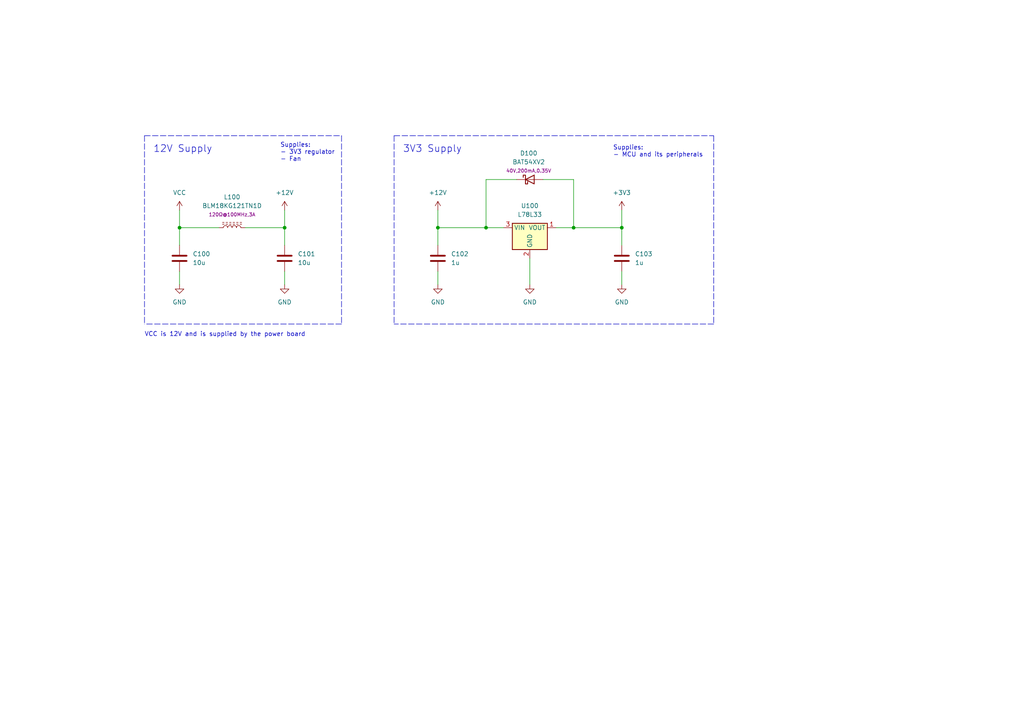
<source format=kicad_sch>
(kicad_sch (version 20211123) (generator eeschema)
  (paper "A4")
  (title_block (title "Linear PSU Digital Board") (date "06/2023") (rev "1") (company "Martin Kopka"))
  (lib_symbols
    (symbol "Device:C" (pin_numbers hide) (pin_names (offset 0.254))
      (property "Reference" "C" (at 0.635 2.54 0))
      (property "Value" "C" (at 0.635 -2.54 0))
      (symbol "C_0_1"
        (polyline (pts (xy -2.032 -0.762) (xy 2.032 -0.762)) (stroke (width 0.508)))
        (polyline (pts (xy -2.032 0.762) (xy 2.032 0.762)) (stroke (width 0.508)))
      )
      (symbol "C_1_1"
        (pin passive line (at 0 3.81 270) (length 2.794) (name "~") (number "1"))
        (pin passive line (at 0 -3.81 90) (length 2.794) (name "~") (number "2"))
      )
    )
    (symbol "Device:L_Ferrite" (pin_numbers hide) (pin_names (offset 1.016) hide)
      (property "Reference" "L" (at -1.27 0 90))
      (property "Value" "L_Ferrite" (at 2.794 0 90))
      (symbol "L_Ferrite_0_1"
        (arc (start 0 -2.54) (mid 0.635 -1.905) (end 0 -1.27))
        (arc (start 0 -1.27) (mid 0.635 -0.635) (end 0 0))
        (polyline (pts (xy 1.016 -2.794) (xy 1.016 -2.286)))
        (polyline (pts (xy 1.016 -1.778) (xy 1.016 -1.27)))
        (polyline (pts (xy 1.016 -0.762) (xy 1.016 -0.254)))
        (polyline (pts (xy 1.016 0.254) (xy 1.016 0.762)))
        (polyline (pts (xy 1.016 1.27) (xy 1.016 1.778)))
        (polyline (pts (xy 1.016 2.286) (xy 1.016 2.794)))
        (polyline (pts (xy 1.524 -2.286) (xy 1.524 -2.794)))
        (polyline (pts (xy 1.524 -1.27) (xy 1.524 -1.778)))
        (polyline (pts (xy 1.524 -0.254) (xy 1.524 -0.762)))
        (polyline (pts (xy 1.524 0.762) (xy 1.524 0.254)))
        (polyline (pts (xy 1.524 1.778) (xy 1.524 1.27)))
        (polyline (pts (xy 1.524 2.794) (xy 1.524 2.286)))
        (arc (start 0 0) (mid 0.635 0.635) (end 0 1.27))
        (arc (start 0 1.27) (mid 0.635 1.905) (end 0 2.54))
      )
      (symbol "L_Ferrite_1_1"
        (pin passive line (at 0 3.81 270) (length 1.27) (name "1") (number "1"))
        (pin passive line (at 0 -3.81 90) (length 1.27) (name "2") (number "2"))
      )
    )
    (symbol "power:+12V" (power) (pin_names (offset 0))
      (property "Value" "+12V" (at 0 3.556 0))
      (symbol "+12V_0_1"
        (polyline (pts (xy -0.762 1.27) (xy 0 2.54)))
        (polyline (pts (xy 0 0) (xy 0 2.54)))
        (polyline (pts (xy 0 2.54) (xy 0.762 1.27)))
      )
      (symbol "+12V_1_1"
        (pin power_in line (at 0 0 90) (length 0) hide (name "+12V") (number "1"))
      )
    )
    (symbol "power:+3V3" (power) (pin_names (offset 0))
      (property "Value" "+3V3" (at 0 3.556 0))
      (symbol "+3V3_0_1"
        (polyline (pts (xy -0.762 1.27) (xy 0 2.54)))
        (polyline (pts (xy 0 0) (xy 0 2.54)))
        (polyline (pts (xy 0 2.54) (xy 0.762 1.27)))
      )
      (symbol "+3V3_1_1"
        (pin power_in line (at 0 0 90) (length 0) hide (name "+3V3") (number "1"))
      )
    )
    (symbol "power:GND" (power) (pin_names (offset 0))
      (property "Value" "GND" (at 0 -3.81 0))
      (symbol "GND_0_1"
        (polyline (pts (xy 0 0) (xy 0 -1.27) (xy 1.27 -1.27) (xy 0 -2.54) (xy -1.27 -1.27) (xy 0 -1.27)))
      )
      (symbol "GND_1_1"
        (pin power_in line (at 0 0 270) (length 0) hide (name "GND") (number "1"))
      )
    )
    (symbol "power:VCC" (power) (pin_names (offset 0))
      (property "Value" "VCC" (at 0 3.81 0))
      (symbol "VCC_0_1"
        (polyline (pts (xy -0.762 1.27) (xy 0 2.54)))
        (polyline (pts (xy 0 0) (xy 0 2.54)))
        (polyline (pts (xy 0 2.54) (xy 0.762 1.27)))
      )
      (symbol "VCC_1_1"
        (pin power_in line (at 0 0 90) (length 0) hide (name "VCC") (number "1"))
      )
    )
    (symbol "w-diode:BAT54XV2" (pin_numbers hide) (pin_names hide)
      (property "Reference" "D" (at 0 7.62 0))
      (property "Value" "BAT54XV2" (at 0 5.08 0))
      (property "Params" "40V,200mA,0.35V" (at 0 2.54 0))
      (symbol "BAT54XV2_0_1"
        (polyline (pts (xy -1.27 0) (xy 1.27 0)))
        (polyline (pts (xy -1.27 -1.27) (xy -1.27 1.27) (xy 1.27 0) (xy -1.27 -1.27)) (stroke (width 0.254)))
        (polyline (pts (xy 1.905 -0.635) (xy 1.905 -1.27) (xy 1.27 -1.27) (xy 1.27 1.27) (xy 0.635 1.27) (xy 0.635 0.635)) (stroke (width 0.254)))
      )
      (symbol "BAT54XV2_1_1"
        (pin passive line (at 3.81 0 180) (length 2.54) (name "K") (number "1"))
        (pin passive line (at -3.81 0 0) (length 2.54) (name "A") (number "2"))
      )
    )
    (symbol "w-regulator:L78Lxx"
      (property "Reference" "U" (at 5.08 8.89 0))
      (property "Value" "L78Lxx" (at 5.08 6.35 0))
      (symbol "L78Lxx_0_1"
        (rectangle (start -5.08 3.81) (end 5.08 -3.81) (stroke (width 0.254)) (fill (type background)))
      )
      (symbol "L78Lxx_1_1"
        (pin power_out line (at 7.62 2.54 180) (length 2.54) (name "VOUT") (number "1"))
        (pin power_in line (at 0 -6.35 90) (length 2.54) (name "GND") (number "2"))
        (pin power_in line (at -7.62 2.54 0) (length 2.54) (name "VIN") (number "3"))
      )
    )
  )
  (junction (at 180.34 66.04))
  (junction (at 82.55 66.04))
  (junction (at 140.97 66.04))
  (junction (at 127 66.04))
  (junction (at 52.07 66.04))
  (junction (at 166.37 66.04))
  (wire (pts (xy 166.37 52.07) (xy 166.37 66.04)))
  (polyline (pts (xy 207.01 39.37) (xy 207.01 93.98)))
  (wire (pts (xy 52.07 66.04) (xy 52.07 71.12)))
  (wire (pts (xy 180.34 60.96) (xy 180.34 66.04)))
  (wire (pts (xy 52.07 78.74) (xy 52.07 82.55)))
  (wire (pts (xy 127 60.96) (xy 127 66.04)))
  (wire (pts (xy 127 66.04) (xy 127 71.12)))
  (wire (pts (xy 71.12 66.04) (xy 82.55 66.04)))
  (polyline (pts (xy 99.06 93.98) (xy 41.91 93.98)))
  (wire (pts (xy 52.07 60.96) (xy 52.07 66.04)))
  (wire (pts (xy 82.55 71.12) (xy 82.55 66.04)))
  (wire (pts (xy 180.34 71.12) (xy 180.34 66.04)))
  (wire (pts (xy 157.48 52.07) (xy 166.37 52.07)))
  (wire (pts (xy 180.34 66.04) (xy 166.37 66.04)))
  (wire (pts (xy 153.67 74.93) (xy 153.67 82.55)))
  (wire (pts (xy 166.37 66.04) (xy 161.29 66.04)))
  (wire (pts (xy 127 66.04) (xy 140.97 66.04)))
  (wire (pts (xy 127 78.74) (xy 127 82.55)))
  (polyline (pts (xy 114.3 39.37) (xy 207.01 39.37)))
  (wire (pts (xy 149.86 52.07) (xy 140.97 52.07)))
  (polyline (pts (xy 41.91 39.37) (xy 99.06 39.37)))
  (wire (pts (xy 82.55 60.96) (xy 82.55 66.04)))
  (polyline (pts (xy 41.91 39.37) (xy 41.91 93.98)))
  (wire (pts (xy 52.07 66.04) (xy 63.5 66.04)))
  (polyline (pts (xy 99.06 39.37) (xy 99.06 93.98)))
  (polyline (pts (xy 114.3 39.37) (xy 114.3 93.98)))
  (wire (pts (xy 140.97 66.04) (xy 146.05 66.04)))
  (wire (pts (xy 82.55 78.74) (xy 82.55 82.55)))
  (wire (pts (xy 140.97 52.07) (xy 140.97 66.04)))
  (wire (pts (xy 180.34 78.74) (xy 180.34 82.55)))
  (polyline (pts (xy 207.01 93.98) (xy 114.3 93.98)))
  (text "12V Supply" (at 44.45 44.45 0) (effects (font (size 2 2)) (justify left bottom)))
  (text "Supplies:\n- MCU and its peripherals" (at 177.8 45.72 0) (effects (font (size 1.27 1.27)) (justify left bottom)))
  (text "VCC is 12V and is supplied by the power board" (at 41.91 97.79 0) (effects (font (size 1.27 1.27)) (justify left bottom)))
  (text "Supplies:\n- 3V3 regulator\n- Fan" (at 81.28 46.99 0) (effects (font (size 1.27 1.27)) (justify left bottom)))
  (text "3V3 Supply" (at 116.84 44.45 0) (effects (font (size 2 2)) (justify left bottom)))
  (symbol (lib_id "Device:C") (at 82.55 74.93 0) (unit 1)
    (property "Reference" "C101" (at 86.36 73.6599 0) (effects (justify left)))
    (property "Value" "10u" (at 86.36 76.1999 0) (effects (justify left)))
    (property "Footprint" "Capacitor_SMD:C_0603_1608Metric" (effects hide))
  )
  (symbol (lib_id "power:+12V") (at 127 60.96 0) (unit 1)
    (property "Reference" "#PWR0116" (effects hide))
    (property "Value" "+12V" (at 127 55.88 0))
  )
  (symbol (lib_id "power:GND") (at 127 82.55 0) (unit 1)
    (property "Reference" "#PWR0101" (effects hide))
    (property "Value" "GND" (at 127 87.63 0))
  )
  (symbol (lib_id "power:GND") (at 180.34 82.55 0) (unit 1)
    (property "Reference" "#PWR0103" (effects hide))
    (property "Value" "GND" (at 180.34 87.63 0))
  )
  (symbol (lib_id "Device:C") (at 180.34 74.93 0) (unit 1)
    (property "Reference" "C103" (at 184.15 73.6599 0) (effects (justify left)))
    (property "Value" "1u" (at 184.15 76.1999 0) (effects (justify left)))
    (property "Footprint" "Capacitor_SMD:C_0603_1608Metric" (effects hide))
  )
  (symbol (lib_id "Device:C") (at 127 74.93 0) (unit 1)
    (property "Reference" "C102" (at 130.81 73.6599 0) (effects (justify left)))
    (property "Value" "1u" (at 130.81 76.1999 0) (effects (justify left)))
    (property "Footprint" "Capacitor_SMD:C_0603_1608Metric" (effects hide))
  )
  (symbol (lib_id "w-regulator:L78Lxx") (at 153.67 68.58 0) (unit 1)
    (property "Reference" "U100" (at 153.67 59.69 0))
    (property "Value" "L78L33" (at 153.67 62.23 0))
    (property "Footprint" "w-ic:SOT-89-3" (effects hide))
    (property "Datasheet" "https://cz.mouser.com/datasheet/2/389/l78l-1849295.pdf" (effects hide))
  )
  (symbol (lib_id "power:GND") (at 153.67 82.55 0) (unit 1)
    (property "Reference" "#PWR0104" (effects hide))
    (property "Value" "GND" (at 153.67 87.63 0))
  )
  (symbol (lib_id "power:VCC") (at 52.07 60.96 0) (unit 1)
    (property "Reference" "#PWR0106" (effects hide))
    (property "Value" "VCC" (at 52.07 55.88 0))
  )
  (symbol (lib_id "power:+12V") (at 82.55 60.96 0) (unit 1)
    (property "Reference" "#PWR0107" (effects hide))
    (property "Value" "+12V" (at 82.55 55.88 0))
  )
  (symbol (lib_id "power:GND") (at 82.55 82.55 0) (unit 1)
    (property "Reference" "#PWR0105" (effects hide))
    (property "Value" "GND" (at 82.55 87.63 0))
  )
  (symbol (lib_id "Device:C") (at 52.07 74.93 0) (unit 1)
    (property "Reference" "C100" (at 55.88 73.6599 0) (effects (justify left)))
    (property "Value" "10u" (at 55.88 76.1999 0) (effects (justify left)))
    (property "Footprint" "Capacitor_SMD:C_0603_1608Metric" (effects hide))
  )
  (symbol (lib_id "w-diode:BAT54XV2") (at 153.67 52.07 180) (unit 1)
    (property "Reference" "D100" (at 153.3525 44.45 0))
    (property "Value" "BAT54XV2" (at 153.3525 46.99 0))
    (property "Footprint" "w-diode:SOD-523" (effects hide))
    (property "Datasheet" "https://cz.mouser.com/datasheet/2/308/BAT54XV2T1_D-1522595.pdf" (effects hide))
    (property "Params" "40V,200mA,0.35V" (at 153.3525 49.53 0) (effects (font (size 1 1))))
  )
  (symbol (lib_id "Device:L_Ferrite") (at 67.31 66.04 90) (unit 1)
    (property "Reference" "L100" (at 67.31 57.15 90))
    (property "Value" "BLM18KG121TN1D" (at 67.31 59.69 90))
    (property "Footprint" "Resistor_SMD:R_0603_1608Metric" (effects hide))
    (property "Field4" "120Ω@100MHz,3A" (at 67.31 62.23 90) (effects (font (size 1 1))))
  )
  (symbol (lib_id "power:+3V3") (at 180.34 60.96 0) (unit 1)
    (property "Reference" "#PWR0102" (effects hide))
    (property "Value" "+3V3" (at 180.34 55.88 0))
  )
  (symbol (lib_id "power:GND") (at 52.07 82.55 0) (unit 1)
    (property "Reference" "#PWR0108" (effects hide))
    (property "Value" "GND" (at 52.07 87.63 0))
  )
)
</source>
